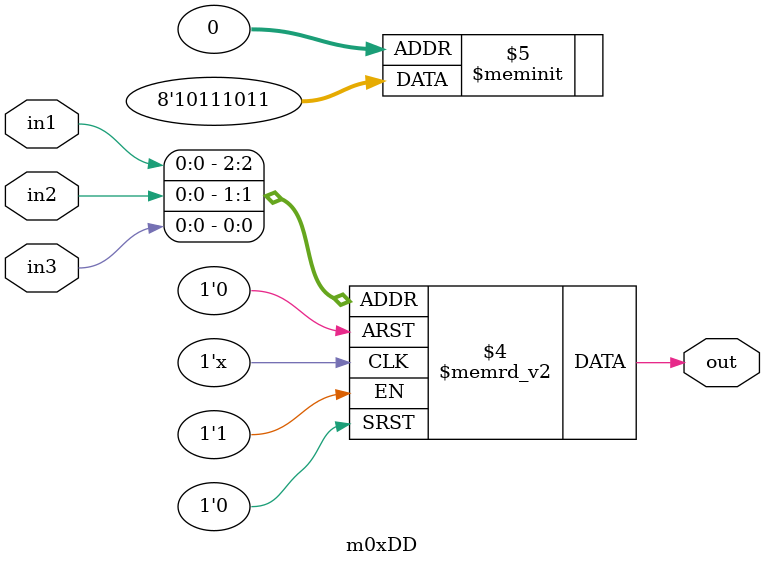
<source format=v>
module m0xDD(output out, input in1, in2, in3);

   always @(in1, in2, in3)
     begin
        case({in1, in2, in3})
          3'b000: {out} = 1'b1;
          3'b001: {out} = 1'b1;
          3'b010: {out} = 1'b0;
          3'b011: {out} = 1'b1;
          3'b100: {out} = 1'b1;
          3'b101: {out} = 1'b1;
          3'b110: {out} = 1'b0;
          3'b111: {out} = 1'b1;
        endcase // case ({in1, in2, in3})
     end // always @ (in1, in2, in3)

endmodule // m0xDD
</source>
